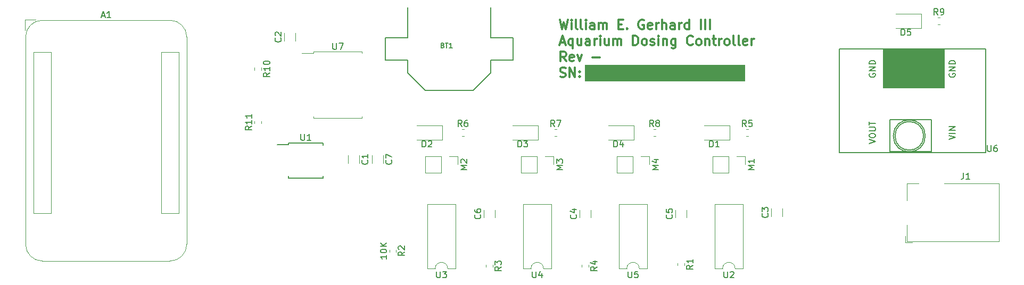
<source format=gto>
G04 #@! TF.GenerationSoftware,KiCad,Pcbnew,(5.1.9)-1*
G04 #@! TF.CreationDate,2021-03-13T10:24:33-05:00*
G04 #@! TF.ProjectId,Aquarium_Dosing_Pump_Controller,41717561-7269-4756-9d5f-446f73696e67,rev?*
G04 #@! TF.SameCoordinates,Original*
G04 #@! TF.FileFunction,Legend,Top*
G04 #@! TF.FilePolarity,Positive*
%FSLAX46Y46*%
G04 Gerber Fmt 4.6, Leading zero omitted, Abs format (unit mm)*
G04 Created by KiCad (PCBNEW (5.1.9)-1) date 2021-03-13 10:24:33*
%MOMM*%
%LPD*%
G01*
G04 APERTURE LIST*
%ADD10C,0.100000*%
%ADD11C,0.300000*%
%ADD12C,0.120000*%
%ADD13C,0.203200*%
%ADD14C,0.150000*%
%ADD15C,0.138988*%
G04 APERTURE END LIST*
D10*
G36*
X168910000Y-85725000D02*
G01*
X143510000Y-85725000D01*
X143510000Y-83185000D01*
X168910000Y-83185000D01*
X168910000Y-85725000D01*
G37*
X168910000Y-85725000D02*
X143510000Y-85725000D01*
X143510000Y-83185000D01*
X168910000Y-83185000D01*
X168910000Y-85725000D01*
D11*
X139474285Y-75998571D02*
X139831428Y-77498571D01*
X140117142Y-76427142D01*
X140402857Y-77498571D01*
X140760000Y-75998571D01*
X141331428Y-77498571D02*
X141331428Y-76498571D01*
X141331428Y-75998571D02*
X141260000Y-76070000D01*
X141331428Y-76141428D01*
X141402857Y-76070000D01*
X141331428Y-75998571D01*
X141331428Y-76141428D01*
X142260000Y-77498571D02*
X142117142Y-77427142D01*
X142045714Y-77284285D01*
X142045714Y-75998571D01*
X143045714Y-77498571D02*
X142902857Y-77427142D01*
X142831428Y-77284285D01*
X142831428Y-75998571D01*
X143617142Y-77498571D02*
X143617142Y-76498571D01*
X143617142Y-75998571D02*
X143545714Y-76070000D01*
X143617142Y-76141428D01*
X143688571Y-76070000D01*
X143617142Y-75998571D01*
X143617142Y-76141428D01*
X144974285Y-77498571D02*
X144974285Y-76712857D01*
X144902857Y-76570000D01*
X144760000Y-76498571D01*
X144474285Y-76498571D01*
X144331428Y-76570000D01*
X144974285Y-77427142D02*
X144831428Y-77498571D01*
X144474285Y-77498571D01*
X144331428Y-77427142D01*
X144260000Y-77284285D01*
X144260000Y-77141428D01*
X144331428Y-76998571D01*
X144474285Y-76927142D01*
X144831428Y-76927142D01*
X144974285Y-76855714D01*
X145688571Y-77498571D02*
X145688571Y-76498571D01*
X145688571Y-76641428D02*
X145760000Y-76570000D01*
X145902857Y-76498571D01*
X146117142Y-76498571D01*
X146260000Y-76570000D01*
X146331428Y-76712857D01*
X146331428Y-77498571D01*
X146331428Y-76712857D02*
X146402857Y-76570000D01*
X146545714Y-76498571D01*
X146760000Y-76498571D01*
X146902857Y-76570000D01*
X146974285Y-76712857D01*
X146974285Y-77498571D01*
X148831428Y-76712857D02*
X149331428Y-76712857D01*
X149545714Y-77498571D02*
X148831428Y-77498571D01*
X148831428Y-75998571D01*
X149545714Y-75998571D01*
X150188571Y-77355714D02*
X150260000Y-77427142D01*
X150188571Y-77498571D01*
X150117142Y-77427142D01*
X150188571Y-77355714D01*
X150188571Y-77498571D01*
X152831428Y-76070000D02*
X152688571Y-75998571D01*
X152474285Y-75998571D01*
X152260000Y-76070000D01*
X152117142Y-76212857D01*
X152045714Y-76355714D01*
X151974285Y-76641428D01*
X151974285Y-76855714D01*
X152045714Y-77141428D01*
X152117142Y-77284285D01*
X152260000Y-77427142D01*
X152474285Y-77498571D01*
X152617142Y-77498571D01*
X152831428Y-77427142D01*
X152902857Y-77355714D01*
X152902857Y-76855714D01*
X152617142Y-76855714D01*
X154117142Y-77427142D02*
X153974285Y-77498571D01*
X153688571Y-77498571D01*
X153545714Y-77427142D01*
X153474285Y-77284285D01*
X153474285Y-76712857D01*
X153545714Y-76570000D01*
X153688571Y-76498571D01*
X153974285Y-76498571D01*
X154117142Y-76570000D01*
X154188571Y-76712857D01*
X154188571Y-76855714D01*
X153474285Y-76998571D01*
X154831428Y-77498571D02*
X154831428Y-76498571D01*
X154831428Y-76784285D02*
X154902857Y-76641428D01*
X154974285Y-76570000D01*
X155117142Y-76498571D01*
X155260000Y-76498571D01*
X155760000Y-77498571D02*
X155760000Y-75998571D01*
X156402857Y-77498571D02*
X156402857Y-76712857D01*
X156331428Y-76570000D01*
X156188571Y-76498571D01*
X155974285Y-76498571D01*
X155831428Y-76570000D01*
X155760000Y-76641428D01*
X157760000Y-77498571D02*
X157760000Y-76712857D01*
X157688571Y-76570000D01*
X157545714Y-76498571D01*
X157260000Y-76498571D01*
X157117142Y-76570000D01*
X157760000Y-77427142D02*
X157617142Y-77498571D01*
X157260000Y-77498571D01*
X157117142Y-77427142D01*
X157045714Y-77284285D01*
X157045714Y-77141428D01*
X157117142Y-76998571D01*
X157260000Y-76927142D01*
X157617142Y-76927142D01*
X157760000Y-76855714D01*
X158474285Y-77498571D02*
X158474285Y-76498571D01*
X158474285Y-76784285D02*
X158545714Y-76641428D01*
X158617142Y-76570000D01*
X158760000Y-76498571D01*
X158902857Y-76498571D01*
X160045714Y-77498571D02*
X160045714Y-75998571D01*
X160045714Y-77427142D02*
X159902857Y-77498571D01*
X159617142Y-77498571D01*
X159474285Y-77427142D01*
X159402857Y-77355714D01*
X159331428Y-77212857D01*
X159331428Y-76784285D01*
X159402857Y-76641428D01*
X159474285Y-76570000D01*
X159617142Y-76498571D01*
X159902857Y-76498571D01*
X160045714Y-76570000D01*
X161902857Y-77498571D02*
X161902857Y-75998571D01*
X162617142Y-77498571D02*
X162617142Y-75998571D01*
X163331428Y-77498571D02*
X163331428Y-75998571D01*
X139545714Y-79620000D02*
X140260000Y-79620000D01*
X139402857Y-80048571D02*
X139902857Y-78548571D01*
X140402857Y-80048571D01*
X141545714Y-79048571D02*
X141545714Y-80548571D01*
X141545714Y-79977142D02*
X141402857Y-80048571D01*
X141117142Y-80048571D01*
X140974285Y-79977142D01*
X140902857Y-79905714D01*
X140831428Y-79762857D01*
X140831428Y-79334285D01*
X140902857Y-79191428D01*
X140974285Y-79120000D01*
X141117142Y-79048571D01*
X141402857Y-79048571D01*
X141545714Y-79120000D01*
X142902857Y-79048571D02*
X142902857Y-80048571D01*
X142260000Y-79048571D02*
X142260000Y-79834285D01*
X142331428Y-79977142D01*
X142474285Y-80048571D01*
X142688571Y-80048571D01*
X142831428Y-79977142D01*
X142902857Y-79905714D01*
X144260000Y-80048571D02*
X144260000Y-79262857D01*
X144188571Y-79120000D01*
X144045714Y-79048571D01*
X143760000Y-79048571D01*
X143617142Y-79120000D01*
X144260000Y-79977142D02*
X144117142Y-80048571D01*
X143760000Y-80048571D01*
X143617142Y-79977142D01*
X143545714Y-79834285D01*
X143545714Y-79691428D01*
X143617142Y-79548571D01*
X143760000Y-79477142D01*
X144117142Y-79477142D01*
X144260000Y-79405714D01*
X144974285Y-80048571D02*
X144974285Y-79048571D01*
X144974285Y-79334285D02*
X145045714Y-79191428D01*
X145117142Y-79120000D01*
X145260000Y-79048571D01*
X145402857Y-79048571D01*
X145902857Y-80048571D02*
X145902857Y-79048571D01*
X145902857Y-78548571D02*
X145831428Y-78620000D01*
X145902857Y-78691428D01*
X145974285Y-78620000D01*
X145902857Y-78548571D01*
X145902857Y-78691428D01*
X147260000Y-79048571D02*
X147260000Y-80048571D01*
X146617142Y-79048571D02*
X146617142Y-79834285D01*
X146688571Y-79977142D01*
X146831428Y-80048571D01*
X147045714Y-80048571D01*
X147188571Y-79977142D01*
X147260000Y-79905714D01*
X147974285Y-80048571D02*
X147974285Y-79048571D01*
X147974285Y-79191428D02*
X148045714Y-79120000D01*
X148188571Y-79048571D01*
X148402857Y-79048571D01*
X148545714Y-79120000D01*
X148617142Y-79262857D01*
X148617142Y-80048571D01*
X148617142Y-79262857D02*
X148688571Y-79120000D01*
X148831428Y-79048571D01*
X149045714Y-79048571D01*
X149188571Y-79120000D01*
X149260000Y-79262857D01*
X149260000Y-80048571D01*
X151117142Y-80048571D02*
X151117142Y-78548571D01*
X151474285Y-78548571D01*
X151688571Y-78620000D01*
X151831428Y-78762857D01*
X151902857Y-78905714D01*
X151974285Y-79191428D01*
X151974285Y-79405714D01*
X151902857Y-79691428D01*
X151831428Y-79834285D01*
X151688571Y-79977142D01*
X151474285Y-80048571D01*
X151117142Y-80048571D01*
X152831428Y-80048571D02*
X152688571Y-79977142D01*
X152617142Y-79905714D01*
X152545714Y-79762857D01*
X152545714Y-79334285D01*
X152617142Y-79191428D01*
X152688571Y-79120000D01*
X152831428Y-79048571D01*
X153045714Y-79048571D01*
X153188571Y-79120000D01*
X153260000Y-79191428D01*
X153331428Y-79334285D01*
X153331428Y-79762857D01*
X153260000Y-79905714D01*
X153188571Y-79977142D01*
X153045714Y-80048571D01*
X152831428Y-80048571D01*
X153902857Y-79977142D02*
X154045714Y-80048571D01*
X154331428Y-80048571D01*
X154474285Y-79977142D01*
X154545714Y-79834285D01*
X154545714Y-79762857D01*
X154474285Y-79620000D01*
X154331428Y-79548571D01*
X154117142Y-79548571D01*
X153974285Y-79477142D01*
X153902857Y-79334285D01*
X153902857Y-79262857D01*
X153974285Y-79120000D01*
X154117142Y-79048571D01*
X154331428Y-79048571D01*
X154474285Y-79120000D01*
X155188571Y-80048571D02*
X155188571Y-79048571D01*
X155188571Y-78548571D02*
X155117142Y-78620000D01*
X155188571Y-78691428D01*
X155260000Y-78620000D01*
X155188571Y-78548571D01*
X155188571Y-78691428D01*
X155902857Y-79048571D02*
X155902857Y-80048571D01*
X155902857Y-79191428D02*
X155974285Y-79120000D01*
X156117142Y-79048571D01*
X156331428Y-79048571D01*
X156474285Y-79120000D01*
X156545714Y-79262857D01*
X156545714Y-80048571D01*
X157902857Y-79048571D02*
X157902857Y-80262857D01*
X157831428Y-80405714D01*
X157760000Y-80477142D01*
X157617142Y-80548571D01*
X157402857Y-80548571D01*
X157260000Y-80477142D01*
X157902857Y-79977142D02*
X157760000Y-80048571D01*
X157474285Y-80048571D01*
X157331428Y-79977142D01*
X157260000Y-79905714D01*
X157188571Y-79762857D01*
X157188571Y-79334285D01*
X157260000Y-79191428D01*
X157331428Y-79120000D01*
X157474285Y-79048571D01*
X157760000Y-79048571D01*
X157902857Y-79120000D01*
X160617142Y-79905714D02*
X160545714Y-79977142D01*
X160331428Y-80048571D01*
X160188571Y-80048571D01*
X159974285Y-79977142D01*
X159831428Y-79834285D01*
X159760000Y-79691428D01*
X159688571Y-79405714D01*
X159688571Y-79191428D01*
X159760000Y-78905714D01*
X159831428Y-78762857D01*
X159974285Y-78620000D01*
X160188571Y-78548571D01*
X160331428Y-78548571D01*
X160545714Y-78620000D01*
X160617142Y-78691428D01*
X161474285Y-80048571D02*
X161331428Y-79977142D01*
X161260000Y-79905714D01*
X161188571Y-79762857D01*
X161188571Y-79334285D01*
X161260000Y-79191428D01*
X161331428Y-79120000D01*
X161474285Y-79048571D01*
X161688571Y-79048571D01*
X161831428Y-79120000D01*
X161902857Y-79191428D01*
X161974285Y-79334285D01*
X161974285Y-79762857D01*
X161902857Y-79905714D01*
X161831428Y-79977142D01*
X161688571Y-80048571D01*
X161474285Y-80048571D01*
X162617142Y-79048571D02*
X162617142Y-80048571D01*
X162617142Y-79191428D02*
X162688571Y-79120000D01*
X162831428Y-79048571D01*
X163045714Y-79048571D01*
X163188571Y-79120000D01*
X163260000Y-79262857D01*
X163260000Y-80048571D01*
X163760000Y-79048571D02*
X164331428Y-79048571D01*
X163974285Y-78548571D02*
X163974285Y-79834285D01*
X164045714Y-79977142D01*
X164188571Y-80048571D01*
X164331428Y-80048571D01*
X164831428Y-80048571D02*
X164831428Y-79048571D01*
X164831428Y-79334285D02*
X164902857Y-79191428D01*
X164974285Y-79120000D01*
X165117142Y-79048571D01*
X165260000Y-79048571D01*
X165974285Y-80048571D02*
X165831428Y-79977142D01*
X165760000Y-79905714D01*
X165688571Y-79762857D01*
X165688571Y-79334285D01*
X165760000Y-79191428D01*
X165831428Y-79120000D01*
X165974285Y-79048571D01*
X166188571Y-79048571D01*
X166331428Y-79120000D01*
X166402857Y-79191428D01*
X166474285Y-79334285D01*
X166474285Y-79762857D01*
X166402857Y-79905714D01*
X166331428Y-79977142D01*
X166188571Y-80048571D01*
X165974285Y-80048571D01*
X167331428Y-80048571D02*
X167188571Y-79977142D01*
X167117142Y-79834285D01*
X167117142Y-78548571D01*
X168117142Y-80048571D02*
X167974285Y-79977142D01*
X167902857Y-79834285D01*
X167902857Y-78548571D01*
X169260000Y-79977142D02*
X169117142Y-80048571D01*
X168831428Y-80048571D01*
X168688571Y-79977142D01*
X168617142Y-79834285D01*
X168617142Y-79262857D01*
X168688571Y-79120000D01*
X168831428Y-79048571D01*
X169117142Y-79048571D01*
X169260000Y-79120000D01*
X169331428Y-79262857D01*
X169331428Y-79405714D01*
X168617142Y-79548571D01*
X169974285Y-80048571D02*
X169974285Y-79048571D01*
X169974285Y-79334285D02*
X170045714Y-79191428D01*
X170117142Y-79120000D01*
X170260000Y-79048571D01*
X170402857Y-79048571D01*
X140474285Y-82598571D02*
X139974285Y-81884285D01*
X139617142Y-82598571D02*
X139617142Y-81098571D01*
X140188571Y-81098571D01*
X140331428Y-81170000D01*
X140402857Y-81241428D01*
X140474285Y-81384285D01*
X140474285Y-81598571D01*
X140402857Y-81741428D01*
X140331428Y-81812857D01*
X140188571Y-81884285D01*
X139617142Y-81884285D01*
X141688571Y-82527142D02*
X141545714Y-82598571D01*
X141260000Y-82598571D01*
X141117142Y-82527142D01*
X141045714Y-82384285D01*
X141045714Y-81812857D01*
X141117142Y-81670000D01*
X141260000Y-81598571D01*
X141545714Y-81598571D01*
X141688571Y-81670000D01*
X141760000Y-81812857D01*
X141760000Y-81955714D01*
X141045714Y-82098571D01*
X142260000Y-81598571D02*
X142617142Y-82598571D01*
X142974285Y-81598571D01*
X144688571Y-82027142D02*
X145831428Y-82027142D01*
X139545714Y-85077142D02*
X139760000Y-85148571D01*
X140117142Y-85148571D01*
X140260000Y-85077142D01*
X140331428Y-85005714D01*
X140402857Y-84862857D01*
X140402857Y-84720000D01*
X140331428Y-84577142D01*
X140260000Y-84505714D01*
X140117142Y-84434285D01*
X139831428Y-84362857D01*
X139688571Y-84291428D01*
X139617142Y-84220000D01*
X139545714Y-84077142D01*
X139545714Y-83934285D01*
X139617142Y-83791428D01*
X139688571Y-83720000D01*
X139831428Y-83648571D01*
X140188571Y-83648571D01*
X140402857Y-83720000D01*
X141045714Y-85148571D02*
X141045714Y-83648571D01*
X141902857Y-85148571D01*
X141902857Y-83648571D01*
X142617142Y-85005714D02*
X142688571Y-85077142D01*
X142617142Y-85148571D01*
X142545714Y-85077142D01*
X142617142Y-85005714D01*
X142617142Y-85148571D01*
X142617142Y-84220000D02*
X142688571Y-84291428D01*
X142617142Y-84362857D01*
X142545714Y-84291428D01*
X142617142Y-84220000D01*
X142617142Y-84362857D01*
D12*
X78840000Y-81180000D02*
X76100000Y-81180000D01*
X78840000Y-106780000D02*
X78840000Y-81180000D01*
X76100000Y-106780000D02*
X78840000Y-106780000D01*
X76100000Y-81180000D02*
X76100000Y-106780000D01*
X58520000Y-81180000D02*
X55780000Y-81180000D01*
X58520000Y-106780000D02*
X58520000Y-81180000D01*
X55780000Y-106780000D02*
X58520000Y-106780000D01*
X55780000Y-81180000D02*
X55780000Y-106780000D01*
X54360000Y-75950000D02*
X56110000Y-75950000D01*
X54360000Y-77700000D02*
X54360000Y-75950000D01*
X80130000Y-78740000D02*
X80130000Y-111760000D01*
X54490000Y-78740000D02*
X54490000Y-111760000D01*
X57150000Y-114420000D02*
X77470000Y-114420000D01*
X57150000Y-76080000D02*
X77470000Y-76080000D01*
X54490000Y-111760000D02*
G75*
G03*
X57150000Y-114420000I2660000J0D01*
G01*
X77470000Y-114420000D02*
G75*
G03*
X80130000Y-111760000I0J2660000D01*
G01*
X80130000Y-78740000D02*
G75*
G03*
X77470000Y-76080000I-2660000J0D01*
G01*
X57150000Y-76080000D02*
G75*
G03*
X54490000Y-78740000I0J-2660000D01*
G01*
D13*
X111760000Y-78867000D02*
X111760000Y-82423000D01*
X115316000Y-78867000D02*
X111760000Y-78867000D01*
X115316000Y-74041000D02*
X115316000Y-78867000D01*
X128524000Y-78867000D02*
X128524000Y-74041000D01*
X132080000Y-78867000D02*
X128524000Y-78867000D01*
X132080000Y-82423000D02*
X132080000Y-78867000D01*
X128524000Y-82423000D02*
X132080000Y-82423000D01*
X128524000Y-84455000D02*
X128524000Y-82423000D01*
X125730000Y-87249000D02*
X128524000Y-84455000D01*
X118110000Y-87249000D02*
X125730000Y-87249000D01*
X115316000Y-84455000D02*
X118110000Y-87249000D01*
X115316000Y-82423000D02*
X115316000Y-84455000D01*
X111760000Y-82423000D02*
X115316000Y-82423000D01*
D12*
X109580000Y-97605436D02*
X109580000Y-98809564D01*
X111400000Y-97605436D02*
X111400000Y-98809564D01*
X129180000Y-107499564D02*
X129180000Y-106295436D01*
X127360000Y-107499564D02*
X127360000Y-106295436D01*
X159660000Y-107499564D02*
X159660000Y-106295436D01*
X157840000Y-107499564D02*
X157840000Y-106295436D01*
X144420000Y-107499564D02*
X144420000Y-106295436D01*
X142600000Y-107499564D02*
X142600000Y-106295436D01*
X174900000Y-107282064D02*
X174900000Y-106077936D01*
X173080000Y-107282064D02*
X173080000Y-106077936D01*
X100280000Y-81355000D02*
X98465000Y-81355000D01*
X100280000Y-81100000D02*
X100280000Y-81355000D01*
X104140000Y-81100000D02*
X100280000Y-81100000D01*
X108000000Y-81100000D02*
X108000000Y-81355000D01*
X104140000Y-81100000D02*
X108000000Y-81100000D01*
X100280000Y-91620000D02*
X100280000Y-91365000D01*
X104140000Y-91620000D02*
X100280000Y-91620000D01*
X108000000Y-91620000D02*
X108000000Y-91365000D01*
X104140000Y-91620000D02*
X108000000Y-91620000D01*
D14*
X207205000Y-97150000D02*
X183955000Y-97150000D01*
X207205000Y-80650000D02*
X207205000Y-97150000D01*
X183955000Y-80650000D02*
X207205000Y-80650000D01*
X183955000Y-97150000D02*
X183955000Y-80650000D01*
G36*
X191008000Y-80772000D02*
G01*
X191008000Y-86868000D01*
X200660000Y-86868000D01*
X200660000Y-80772000D01*
X191008000Y-80772000D01*
G37*
X191008000Y-80772000D02*
X191008000Y-86868000D01*
X200660000Y-86868000D01*
X200660000Y-80772000D01*
X191008000Y-80772000D01*
X192024000Y-97028000D02*
X198628000Y-97028000D01*
X198628000Y-97028000D02*
X198628000Y-91948000D01*
X198628000Y-91948000D02*
X192024000Y-91948000D01*
X192024000Y-91948000D02*
X192024000Y-97028000D01*
X197612000Y-94488000D02*
G75*
G03*
X197612000Y-94488000I-2540000J0D01*
G01*
X197343845Y-94488000D02*
G75*
G03*
X197343845Y-94488000I-2271845J0D01*
G01*
D12*
X148880000Y-115630000D02*
X150130000Y-115630000D01*
X148880000Y-105350000D02*
X148880000Y-115630000D01*
X153380000Y-105350000D02*
X148880000Y-105350000D01*
X153380000Y-115630000D02*
X153380000Y-105350000D01*
X152130000Y-115630000D02*
X153380000Y-115630000D01*
X150130000Y-115630000D02*
G75*
G02*
X152130000Y-115630000I1000000J0D01*
G01*
X133640000Y-115630000D02*
X134890000Y-115630000D01*
X133640000Y-105350000D02*
X133640000Y-115630000D01*
X138140000Y-105350000D02*
X133640000Y-105350000D01*
X138140000Y-115630000D02*
X138140000Y-105350000D01*
X136890000Y-115630000D02*
X138140000Y-115630000D01*
X134890000Y-115630000D02*
G75*
G02*
X136890000Y-115630000I1000000J0D01*
G01*
X118400000Y-115630000D02*
X119650000Y-115630000D01*
X118400000Y-105350000D02*
X118400000Y-115630000D01*
X122900000Y-105350000D02*
X118400000Y-105350000D01*
X122900000Y-115630000D02*
X122900000Y-105350000D01*
X121650000Y-115630000D02*
X122900000Y-115630000D01*
X119650000Y-115630000D02*
G75*
G02*
X121650000Y-115630000I1000000J0D01*
G01*
X164120000Y-115630000D02*
X165370000Y-115630000D01*
X164120000Y-105350000D02*
X164120000Y-115630000D01*
X168620000Y-105350000D02*
X164120000Y-105350000D01*
X168620000Y-115630000D02*
X168620000Y-105350000D01*
X167370000Y-115630000D02*
X168620000Y-115630000D01*
X165370000Y-115630000D02*
G75*
G02*
X167370000Y-115630000I1000000J0D01*
G01*
D14*
X96310000Y-95875000D02*
X94560000Y-95875000D01*
X96310000Y-101180000D02*
X101810000Y-101180000D01*
X96310000Y-95670000D02*
X101810000Y-95670000D01*
X96310000Y-101180000D02*
X96310000Y-100880000D01*
X101810000Y-101180000D02*
X101810000Y-100880000D01*
X101810000Y-95670000D02*
X101810000Y-95970000D01*
X96310000Y-95670000D02*
X96310000Y-95875000D01*
D12*
X91950000Y-92486267D02*
X91950000Y-92143733D01*
X90930000Y-92486267D02*
X90930000Y-92143733D01*
X90930000Y-83648733D02*
X90930000Y-83991267D01*
X91950000Y-83648733D02*
X91950000Y-83991267D01*
X199613733Y-76710000D02*
X199956267Y-76710000D01*
X199613733Y-75690000D02*
X199956267Y-75690000D01*
X154373733Y-94490000D02*
X154716267Y-94490000D01*
X154373733Y-93470000D02*
X154716267Y-93470000D01*
X138653733Y-94490000D02*
X138996267Y-94490000D01*
X138653733Y-93470000D02*
X138996267Y-93470000D01*
X123893733Y-94490000D02*
X124236267Y-94490000D01*
X123893733Y-93470000D02*
X124236267Y-93470000D01*
X169133733Y-94490000D02*
X169476267Y-94490000D01*
X169133733Y-93470000D02*
X169476267Y-93470000D01*
X143000000Y-115003733D02*
X143000000Y-115346267D01*
X144020000Y-115003733D02*
X144020000Y-115346267D01*
X127760000Y-115003733D02*
X127760000Y-115346267D01*
X128780000Y-115003733D02*
X128780000Y-115346267D01*
X112393000Y-112618733D02*
X112393000Y-112961267D01*
X113413000Y-112618733D02*
X113413000Y-112961267D01*
X158240000Y-114763733D02*
X158240000Y-115106267D01*
X159260000Y-114763733D02*
X159260000Y-115106267D01*
X153730000Y-97730000D02*
X153730000Y-99060000D01*
X152400000Y-97730000D02*
X153730000Y-97730000D01*
X151130000Y-97730000D02*
X151130000Y-100390000D01*
X151130000Y-100390000D02*
X148530000Y-100390000D01*
X151130000Y-97730000D02*
X148530000Y-97730000D01*
X148530000Y-97730000D02*
X148530000Y-100390000D01*
X138490000Y-97730000D02*
X138490000Y-99060000D01*
X137160000Y-97730000D02*
X138490000Y-97730000D01*
X135890000Y-97730000D02*
X135890000Y-100390000D01*
X135890000Y-100390000D02*
X133290000Y-100390000D01*
X135890000Y-97730000D02*
X133290000Y-97730000D01*
X133290000Y-97730000D02*
X133290000Y-100390000D01*
X123250000Y-97730000D02*
X123250000Y-99060000D01*
X121920000Y-97730000D02*
X123250000Y-97730000D01*
X120650000Y-97730000D02*
X120650000Y-100390000D01*
X120650000Y-100390000D02*
X118050000Y-100390000D01*
X120650000Y-97730000D02*
X118050000Y-97730000D01*
X118050000Y-97730000D02*
X118050000Y-100390000D01*
X168970000Y-97730000D02*
X168970000Y-99060000D01*
X167640000Y-97730000D02*
X168970000Y-97730000D01*
X166370000Y-97730000D02*
X166370000Y-100390000D01*
X166370000Y-100390000D02*
X163770000Y-100390000D01*
X166370000Y-97730000D02*
X163770000Y-97730000D01*
X163770000Y-97730000D02*
X163770000Y-100390000D01*
X194680000Y-111280000D02*
X194680000Y-108680000D01*
X209380000Y-111280000D02*
X194680000Y-111280000D01*
X194680000Y-102080000D02*
X196580000Y-102080000D01*
X194680000Y-104780000D02*
X194680000Y-102080000D01*
X209380000Y-102080000D02*
X209380000Y-111280000D01*
X200580000Y-102080000D02*
X209380000Y-102080000D01*
X195530000Y-111480000D02*
X194480000Y-111480000D01*
X194480000Y-110430000D02*
X194480000Y-111480000D01*
X196987500Y-75065000D02*
X192927500Y-75065000D01*
X196987500Y-77335000D02*
X196987500Y-75065000D01*
X192927500Y-77335000D02*
X196987500Y-77335000D01*
X151267500Y-92845000D02*
X147207500Y-92845000D01*
X151267500Y-95115000D02*
X151267500Y-92845000D01*
X147207500Y-95115000D02*
X151267500Y-95115000D01*
X136027500Y-92845000D02*
X131967500Y-92845000D01*
X136027500Y-95115000D02*
X136027500Y-92845000D01*
X131967500Y-95115000D02*
X136027500Y-95115000D01*
X120787500Y-92845000D02*
X116727500Y-92845000D01*
X120787500Y-95115000D02*
X120787500Y-92845000D01*
X116727500Y-95115000D02*
X120787500Y-95115000D01*
X166507500Y-92845000D02*
X162447500Y-92845000D01*
X166507500Y-95115000D02*
X166507500Y-92845000D01*
X162447500Y-95115000D02*
X166507500Y-95115000D01*
X97430000Y-79342064D02*
X97430000Y-78137936D01*
X95610000Y-79342064D02*
X95610000Y-78137936D01*
X105770000Y-97605436D02*
X105770000Y-98809564D01*
X107590000Y-97605436D02*
X107590000Y-98809564D01*
D14*
X66595714Y-75366666D02*
X67071904Y-75366666D01*
X66500476Y-75652380D02*
X66833809Y-74652380D01*
X67167142Y-75652380D01*
X68024285Y-75652380D02*
X67452857Y-75652380D01*
X67738571Y-75652380D02*
X67738571Y-74652380D01*
X67643333Y-74795238D01*
X67548095Y-74890476D01*
X67452857Y-74938095D01*
D15*
X120849576Y-80063765D02*
X120959885Y-80100535D01*
X120996654Y-80137304D01*
X121033424Y-80210843D01*
X121033424Y-80321152D01*
X120996654Y-80394691D01*
X120959885Y-80431460D01*
X120886346Y-80468230D01*
X120592189Y-80468230D01*
X120592189Y-79696070D01*
X120849576Y-79696070D01*
X120923115Y-79732840D01*
X120959885Y-79769609D01*
X120996654Y-79843148D01*
X120996654Y-79916687D01*
X120959885Y-79990226D01*
X120923115Y-80026996D01*
X120849576Y-80063765D01*
X120592189Y-80063765D01*
X121254041Y-79696070D02*
X121695275Y-79696070D01*
X121474658Y-80468230D02*
X121474658Y-79696070D01*
X122357126Y-80468230D02*
X121915892Y-80468230D01*
X122136509Y-80468230D02*
X122136509Y-79696070D01*
X122062970Y-79806379D01*
X121989431Y-79879918D01*
X121915892Y-79916687D01*
D14*
X112667142Y-98374166D02*
X112714761Y-98421785D01*
X112762380Y-98564642D01*
X112762380Y-98659880D01*
X112714761Y-98802738D01*
X112619523Y-98897976D01*
X112524285Y-98945595D01*
X112333809Y-98993214D01*
X112190952Y-98993214D01*
X112000476Y-98945595D01*
X111905238Y-98897976D01*
X111810000Y-98802738D01*
X111762380Y-98659880D01*
X111762380Y-98564642D01*
X111810000Y-98421785D01*
X111857619Y-98374166D01*
X111762380Y-98040833D02*
X111762380Y-97374166D01*
X112762380Y-97802738D01*
X126807142Y-107064166D02*
X126854761Y-107111785D01*
X126902380Y-107254642D01*
X126902380Y-107349880D01*
X126854761Y-107492738D01*
X126759523Y-107587976D01*
X126664285Y-107635595D01*
X126473809Y-107683214D01*
X126330952Y-107683214D01*
X126140476Y-107635595D01*
X126045238Y-107587976D01*
X125950000Y-107492738D01*
X125902380Y-107349880D01*
X125902380Y-107254642D01*
X125950000Y-107111785D01*
X125997619Y-107064166D01*
X125902380Y-106207023D02*
X125902380Y-106397500D01*
X125950000Y-106492738D01*
X125997619Y-106540357D01*
X126140476Y-106635595D01*
X126330952Y-106683214D01*
X126711904Y-106683214D01*
X126807142Y-106635595D01*
X126854761Y-106587976D01*
X126902380Y-106492738D01*
X126902380Y-106302261D01*
X126854761Y-106207023D01*
X126807142Y-106159404D01*
X126711904Y-106111785D01*
X126473809Y-106111785D01*
X126378571Y-106159404D01*
X126330952Y-106207023D01*
X126283333Y-106302261D01*
X126283333Y-106492738D01*
X126330952Y-106587976D01*
X126378571Y-106635595D01*
X126473809Y-106683214D01*
X157287142Y-107064166D02*
X157334761Y-107111785D01*
X157382380Y-107254642D01*
X157382380Y-107349880D01*
X157334761Y-107492738D01*
X157239523Y-107587976D01*
X157144285Y-107635595D01*
X156953809Y-107683214D01*
X156810952Y-107683214D01*
X156620476Y-107635595D01*
X156525238Y-107587976D01*
X156430000Y-107492738D01*
X156382380Y-107349880D01*
X156382380Y-107254642D01*
X156430000Y-107111785D01*
X156477619Y-107064166D01*
X156382380Y-106159404D02*
X156382380Y-106635595D01*
X156858571Y-106683214D01*
X156810952Y-106635595D01*
X156763333Y-106540357D01*
X156763333Y-106302261D01*
X156810952Y-106207023D01*
X156858571Y-106159404D01*
X156953809Y-106111785D01*
X157191904Y-106111785D01*
X157287142Y-106159404D01*
X157334761Y-106207023D01*
X157382380Y-106302261D01*
X157382380Y-106540357D01*
X157334761Y-106635595D01*
X157287142Y-106683214D01*
X142047142Y-107064166D02*
X142094761Y-107111785D01*
X142142380Y-107254642D01*
X142142380Y-107349880D01*
X142094761Y-107492738D01*
X141999523Y-107587976D01*
X141904285Y-107635595D01*
X141713809Y-107683214D01*
X141570952Y-107683214D01*
X141380476Y-107635595D01*
X141285238Y-107587976D01*
X141190000Y-107492738D01*
X141142380Y-107349880D01*
X141142380Y-107254642D01*
X141190000Y-107111785D01*
X141237619Y-107064166D01*
X141475714Y-106207023D02*
X142142380Y-106207023D01*
X141094761Y-106445119D02*
X141809047Y-106683214D01*
X141809047Y-106064166D01*
X172527142Y-106846666D02*
X172574761Y-106894285D01*
X172622380Y-107037142D01*
X172622380Y-107132380D01*
X172574761Y-107275238D01*
X172479523Y-107370476D01*
X172384285Y-107418095D01*
X172193809Y-107465714D01*
X172050952Y-107465714D01*
X171860476Y-107418095D01*
X171765238Y-107370476D01*
X171670000Y-107275238D01*
X171622380Y-107132380D01*
X171622380Y-107037142D01*
X171670000Y-106894285D01*
X171717619Y-106846666D01*
X171622380Y-106513333D02*
X171622380Y-105894285D01*
X172003333Y-106227619D01*
X172003333Y-106084761D01*
X172050952Y-105989523D01*
X172098571Y-105941904D01*
X172193809Y-105894285D01*
X172431904Y-105894285D01*
X172527142Y-105941904D01*
X172574761Y-105989523D01*
X172622380Y-106084761D01*
X172622380Y-106370476D01*
X172574761Y-106465714D01*
X172527142Y-106513333D01*
X103378095Y-79712380D02*
X103378095Y-80521904D01*
X103425714Y-80617142D01*
X103473333Y-80664761D01*
X103568571Y-80712380D01*
X103759047Y-80712380D01*
X103854285Y-80664761D01*
X103901904Y-80617142D01*
X103949523Y-80521904D01*
X103949523Y-79712380D01*
X104330476Y-79712380D02*
X104997142Y-79712380D01*
X104568571Y-80712380D01*
X207518095Y-95972380D02*
X207518095Y-96781904D01*
X207565714Y-96877142D01*
X207613333Y-96924761D01*
X207708571Y-96972380D01*
X207899047Y-96972380D01*
X207994285Y-96924761D01*
X208041904Y-96877142D01*
X208089523Y-96781904D01*
X208089523Y-95972380D01*
X208994285Y-95972380D02*
X208803809Y-95972380D01*
X208708571Y-96020000D01*
X208660952Y-96067619D01*
X208565714Y-96210476D01*
X208518095Y-96400952D01*
X208518095Y-96781904D01*
X208565714Y-96877142D01*
X208613333Y-96924761D01*
X208708571Y-96972380D01*
X208899047Y-96972380D01*
X208994285Y-96924761D01*
X209041904Y-96877142D01*
X209089523Y-96781904D01*
X209089523Y-96543809D01*
X209041904Y-96448571D01*
X208994285Y-96400952D01*
X208899047Y-96353333D01*
X208708571Y-96353333D01*
X208613333Y-96400952D01*
X208565714Y-96448571D01*
X208518095Y-96543809D01*
X201382380Y-95075238D02*
X202382380Y-94741904D01*
X201382380Y-94408571D01*
X202382380Y-94075238D02*
X201382380Y-94075238D01*
X202382380Y-93599047D02*
X201382380Y-93599047D01*
X202382380Y-93027619D01*
X201382380Y-93027619D01*
X201430000Y-84581904D02*
X201382380Y-84677142D01*
X201382380Y-84820000D01*
X201430000Y-84962857D01*
X201525238Y-85058095D01*
X201620476Y-85105714D01*
X201810952Y-85153333D01*
X201953809Y-85153333D01*
X202144285Y-85105714D01*
X202239523Y-85058095D01*
X202334761Y-84962857D01*
X202382380Y-84820000D01*
X202382380Y-84724761D01*
X202334761Y-84581904D01*
X202287142Y-84534285D01*
X201953809Y-84534285D01*
X201953809Y-84724761D01*
X202382380Y-84105714D02*
X201382380Y-84105714D01*
X202382380Y-83534285D01*
X201382380Y-83534285D01*
X202382380Y-83058095D02*
X201382380Y-83058095D01*
X201382380Y-82820000D01*
X201430000Y-82677142D01*
X201525238Y-82581904D01*
X201620476Y-82534285D01*
X201810952Y-82486666D01*
X201953809Y-82486666D01*
X202144285Y-82534285D01*
X202239523Y-82581904D01*
X202334761Y-82677142D01*
X202382380Y-82820000D01*
X202382380Y-83058095D01*
X188730000Y-84581904D02*
X188682380Y-84677142D01*
X188682380Y-84820000D01*
X188730000Y-84962857D01*
X188825238Y-85058095D01*
X188920476Y-85105714D01*
X189110952Y-85153333D01*
X189253809Y-85153333D01*
X189444285Y-85105714D01*
X189539523Y-85058095D01*
X189634761Y-84962857D01*
X189682380Y-84820000D01*
X189682380Y-84724761D01*
X189634761Y-84581904D01*
X189587142Y-84534285D01*
X189253809Y-84534285D01*
X189253809Y-84724761D01*
X189682380Y-84105714D02*
X188682380Y-84105714D01*
X189682380Y-83534285D01*
X188682380Y-83534285D01*
X189682380Y-83058095D02*
X188682380Y-83058095D01*
X188682380Y-82820000D01*
X188730000Y-82677142D01*
X188825238Y-82581904D01*
X188920476Y-82534285D01*
X189110952Y-82486666D01*
X189253809Y-82486666D01*
X189444285Y-82534285D01*
X189539523Y-82581904D01*
X189634761Y-82677142D01*
X189682380Y-82820000D01*
X189682380Y-83058095D01*
X188682380Y-95741904D02*
X189682380Y-95408571D01*
X188682380Y-95075238D01*
X188682380Y-94551428D02*
X188682380Y-94360952D01*
X188730000Y-94265714D01*
X188825238Y-94170476D01*
X189015714Y-94122857D01*
X189349047Y-94122857D01*
X189539523Y-94170476D01*
X189634761Y-94265714D01*
X189682380Y-94360952D01*
X189682380Y-94551428D01*
X189634761Y-94646666D01*
X189539523Y-94741904D01*
X189349047Y-94789523D01*
X189015714Y-94789523D01*
X188825238Y-94741904D01*
X188730000Y-94646666D01*
X188682380Y-94551428D01*
X188682380Y-93694285D02*
X189491904Y-93694285D01*
X189587142Y-93646666D01*
X189634761Y-93599047D01*
X189682380Y-93503809D01*
X189682380Y-93313333D01*
X189634761Y-93218095D01*
X189587142Y-93170476D01*
X189491904Y-93122857D01*
X188682380Y-93122857D01*
X188682380Y-92789523D02*
X188682380Y-92218095D01*
X189682380Y-92503809D02*
X188682380Y-92503809D01*
X150368095Y-116082380D02*
X150368095Y-116891904D01*
X150415714Y-116987142D01*
X150463333Y-117034761D01*
X150558571Y-117082380D01*
X150749047Y-117082380D01*
X150844285Y-117034761D01*
X150891904Y-116987142D01*
X150939523Y-116891904D01*
X150939523Y-116082380D01*
X151891904Y-116082380D02*
X151415714Y-116082380D01*
X151368095Y-116558571D01*
X151415714Y-116510952D01*
X151510952Y-116463333D01*
X151749047Y-116463333D01*
X151844285Y-116510952D01*
X151891904Y-116558571D01*
X151939523Y-116653809D01*
X151939523Y-116891904D01*
X151891904Y-116987142D01*
X151844285Y-117034761D01*
X151749047Y-117082380D01*
X151510952Y-117082380D01*
X151415714Y-117034761D01*
X151368095Y-116987142D01*
X135128095Y-116082380D02*
X135128095Y-116891904D01*
X135175714Y-116987142D01*
X135223333Y-117034761D01*
X135318571Y-117082380D01*
X135509047Y-117082380D01*
X135604285Y-117034761D01*
X135651904Y-116987142D01*
X135699523Y-116891904D01*
X135699523Y-116082380D01*
X136604285Y-116415714D02*
X136604285Y-117082380D01*
X136366190Y-116034761D02*
X136128095Y-116749047D01*
X136747142Y-116749047D01*
X119888095Y-116082380D02*
X119888095Y-116891904D01*
X119935714Y-116987142D01*
X119983333Y-117034761D01*
X120078571Y-117082380D01*
X120269047Y-117082380D01*
X120364285Y-117034761D01*
X120411904Y-116987142D01*
X120459523Y-116891904D01*
X120459523Y-116082380D01*
X120840476Y-116082380D02*
X121459523Y-116082380D01*
X121126190Y-116463333D01*
X121269047Y-116463333D01*
X121364285Y-116510952D01*
X121411904Y-116558571D01*
X121459523Y-116653809D01*
X121459523Y-116891904D01*
X121411904Y-116987142D01*
X121364285Y-117034761D01*
X121269047Y-117082380D01*
X120983333Y-117082380D01*
X120888095Y-117034761D01*
X120840476Y-116987142D01*
X165608095Y-116082380D02*
X165608095Y-116891904D01*
X165655714Y-116987142D01*
X165703333Y-117034761D01*
X165798571Y-117082380D01*
X165989047Y-117082380D01*
X166084285Y-117034761D01*
X166131904Y-116987142D01*
X166179523Y-116891904D01*
X166179523Y-116082380D01*
X166608095Y-116177619D02*
X166655714Y-116130000D01*
X166750952Y-116082380D01*
X166989047Y-116082380D01*
X167084285Y-116130000D01*
X167131904Y-116177619D01*
X167179523Y-116272857D01*
X167179523Y-116368095D01*
X167131904Y-116510952D01*
X166560476Y-117082380D01*
X167179523Y-117082380D01*
X98298095Y-94197380D02*
X98298095Y-95006904D01*
X98345714Y-95102142D01*
X98393333Y-95149761D01*
X98488571Y-95197380D01*
X98679047Y-95197380D01*
X98774285Y-95149761D01*
X98821904Y-95102142D01*
X98869523Y-95006904D01*
X98869523Y-94197380D01*
X99869523Y-95197380D02*
X99298095Y-95197380D01*
X99583809Y-95197380D02*
X99583809Y-94197380D01*
X99488571Y-94340238D01*
X99393333Y-94435476D01*
X99298095Y-94483095D01*
X90462380Y-92957857D02*
X89986190Y-93291190D01*
X90462380Y-93529285D02*
X89462380Y-93529285D01*
X89462380Y-93148333D01*
X89510000Y-93053095D01*
X89557619Y-93005476D01*
X89652857Y-92957857D01*
X89795714Y-92957857D01*
X89890952Y-93005476D01*
X89938571Y-93053095D01*
X89986190Y-93148333D01*
X89986190Y-93529285D01*
X90462380Y-92005476D02*
X90462380Y-92576904D01*
X90462380Y-92291190D02*
X89462380Y-92291190D01*
X89605238Y-92386428D01*
X89700476Y-92481666D01*
X89748095Y-92576904D01*
X90462380Y-91053095D02*
X90462380Y-91624523D01*
X90462380Y-91338809D02*
X89462380Y-91338809D01*
X89605238Y-91434047D01*
X89700476Y-91529285D01*
X89748095Y-91624523D01*
X93322380Y-84462857D02*
X92846190Y-84796190D01*
X93322380Y-85034285D02*
X92322380Y-85034285D01*
X92322380Y-84653333D01*
X92370000Y-84558095D01*
X92417619Y-84510476D01*
X92512857Y-84462857D01*
X92655714Y-84462857D01*
X92750952Y-84510476D01*
X92798571Y-84558095D01*
X92846190Y-84653333D01*
X92846190Y-85034285D01*
X93322380Y-83510476D02*
X93322380Y-84081904D01*
X93322380Y-83796190D02*
X92322380Y-83796190D01*
X92465238Y-83891428D01*
X92560476Y-83986666D01*
X92608095Y-84081904D01*
X92322380Y-82891428D02*
X92322380Y-82796190D01*
X92370000Y-82700952D01*
X92417619Y-82653333D01*
X92512857Y-82605714D01*
X92703333Y-82558095D01*
X92941428Y-82558095D01*
X93131904Y-82605714D01*
X93227142Y-82653333D01*
X93274761Y-82700952D01*
X93322380Y-82796190D01*
X93322380Y-82891428D01*
X93274761Y-82986666D01*
X93227142Y-83034285D01*
X93131904Y-83081904D01*
X92941428Y-83129523D01*
X92703333Y-83129523D01*
X92512857Y-83081904D01*
X92417619Y-83034285D01*
X92370000Y-82986666D01*
X92322380Y-82891428D01*
X199618333Y-75222380D02*
X199285000Y-74746190D01*
X199046904Y-75222380D02*
X199046904Y-74222380D01*
X199427857Y-74222380D01*
X199523095Y-74270000D01*
X199570714Y-74317619D01*
X199618333Y-74412857D01*
X199618333Y-74555714D01*
X199570714Y-74650952D01*
X199523095Y-74698571D01*
X199427857Y-74746190D01*
X199046904Y-74746190D01*
X200094523Y-75222380D02*
X200285000Y-75222380D01*
X200380238Y-75174761D01*
X200427857Y-75127142D01*
X200523095Y-74984285D01*
X200570714Y-74793809D01*
X200570714Y-74412857D01*
X200523095Y-74317619D01*
X200475476Y-74270000D01*
X200380238Y-74222380D01*
X200189761Y-74222380D01*
X200094523Y-74270000D01*
X200046904Y-74317619D01*
X199999285Y-74412857D01*
X199999285Y-74650952D01*
X200046904Y-74746190D01*
X200094523Y-74793809D01*
X200189761Y-74841428D01*
X200380238Y-74841428D01*
X200475476Y-74793809D01*
X200523095Y-74746190D01*
X200570714Y-74650952D01*
X154378333Y-93002380D02*
X154045000Y-92526190D01*
X153806904Y-93002380D02*
X153806904Y-92002380D01*
X154187857Y-92002380D01*
X154283095Y-92050000D01*
X154330714Y-92097619D01*
X154378333Y-92192857D01*
X154378333Y-92335714D01*
X154330714Y-92430952D01*
X154283095Y-92478571D01*
X154187857Y-92526190D01*
X153806904Y-92526190D01*
X154949761Y-92430952D02*
X154854523Y-92383333D01*
X154806904Y-92335714D01*
X154759285Y-92240476D01*
X154759285Y-92192857D01*
X154806904Y-92097619D01*
X154854523Y-92050000D01*
X154949761Y-92002380D01*
X155140238Y-92002380D01*
X155235476Y-92050000D01*
X155283095Y-92097619D01*
X155330714Y-92192857D01*
X155330714Y-92240476D01*
X155283095Y-92335714D01*
X155235476Y-92383333D01*
X155140238Y-92430952D01*
X154949761Y-92430952D01*
X154854523Y-92478571D01*
X154806904Y-92526190D01*
X154759285Y-92621428D01*
X154759285Y-92811904D01*
X154806904Y-92907142D01*
X154854523Y-92954761D01*
X154949761Y-93002380D01*
X155140238Y-93002380D01*
X155235476Y-92954761D01*
X155283095Y-92907142D01*
X155330714Y-92811904D01*
X155330714Y-92621428D01*
X155283095Y-92526190D01*
X155235476Y-92478571D01*
X155140238Y-92430952D01*
X138658333Y-93002380D02*
X138325000Y-92526190D01*
X138086904Y-93002380D02*
X138086904Y-92002380D01*
X138467857Y-92002380D01*
X138563095Y-92050000D01*
X138610714Y-92097619D01*
X138658333Y-92192857D01*
X138658333Y-92335714D01*
X138610714Y-92430952D01*
X138563095Y-92478571D01*
X138467857Y-92526190D01*
X138086904Y-92526190D01*
X138991666Y-92002380D02*
X139658333Y-92002380D01*
X139229761Y-93002380D01*
X123898333Y-93002380D02*
X123565000Y-92526190D01*
X123326904Y-93002380D02*
X123326904Y-92002380D01*
X123707857Y-92002380D01*
X123803095Y-92050000D01*
X123850714Y-92097619D01*
X123898333Y-92192857D01*
X123898333Y-92335714D01*
X123850714Y-92430952D01*
X123803095Y-92478571D01*
X123707857Y-92526190D01*
X123326904Y-92526190D01*
X124755476Y-92002380D02*
X124565000Y-92002380D01*
X124469761Y-92050000D01*
X124422142Y-92097619D01*
X124326904Y-92240476D01*
X124279285Y-92430952D01*
X124279285Y-92811904D01*
X124326904Y-92907142D01*
X124374523Y-92954761D01*
X124469761Y-93002380D01*
X124660238Y-93002380D01*
X124755476Y-92954761D01*
X124803095Y-92907142D01*
X124850714Y-92811904D01*
X124850714Y-92573809D01*
X124803095Y-92478571D01*
X124755476Y-92430952D01*
X124660238Y-92383333D01*
X124469761Y-92383333D01*
X124374523Y-92430952D01*
X124326904Y-92478571D01*
X124279285Y-92573809D01*
X169138333Y-93002380D02*
X168805000Y-92526190D01*
X168566904Y-93002380D02*
X168566904Y-92002380D01*
X168947857Y-92002380D01*
X169043095Y-92050000D01*
X169090714Y-92097619D01*
X169138333Y-92192857D01*
X169138333Y-92335714D01*
X169090714Y-92430952D01*
X169043095Y-92478571D01*
X168947857Y-92526190D01*
X168566904Y-92526190D01*
X170043095Y-92002380D02*
X169566904Y-92002380D01*
X169519285Y-92478571D01*
X169566904Y-92430952D01*
X169662142Y-92383333D01*
X169900238Y-92383333D01*
X169995476Y-92430952D01*
X170043095Y-92478571D01*
X170090714Y-92573809D01*
X170090714Y-92811904D01*
X170043095Y-92907142D01*
X169995476Y-92954761D01*
X169900238Y-93002380D01*
X169662142Y-93002380D01*
X169566904Y-92954761D01*
X169519285Y-92907142D01*
X145392380Y-115341666D02*
X144916190Y-115675000D01*
X145392380Y-115913095D02*
X144392380Y-115913095D01*
X144392380Y-115532142D01*
X144440000Y-115436904D01*
X144487619Y-115389285D01*
X144582857Y-115341666D01*
X144725714Y-115341666D01*
X144820952Y-115389285D01*
X144868571Y-115436904D01*
X144916190Y-115532142D01*
X144916190Y-115913095D01*
X144725714Y-114484523D02*
X145392380Y-114484523D01*
X144344761Y-114722619D02*
X145059047Y-114960714D01*
X145059047Y-114341666D01*
X130152380Y-115341666D02*
X129676190Y-115675000D01*
X130152380Y-115913095D02*
X129152380Y-115913095D01*
X129152380Y-115532142D01*
X129200000Y-115436904D01*
X129247619Y-115389285D01*
X129342857Y-115341666D01*
X129485714Y-115341666D01*
X129580952Y-115389285D01*
X129628571Y-115436904D01*
X129676190Y-115532142D01*
X129676190Y-115913095D01*
X129152380Y-115008333D02*
X129152380Y-114389285D01*
X129533333Y-114722619D01*
X129533333Y-114579761D01*
X129580952Y-114484523D01*
X129628571Y-114436904D01*
X129723809Y-114389285D01*
X129961904Y-114389285D01*
X130057142Y-114436904D01*
X130104761Y-114484523D01*
X130152380Y-114579761D01*
X130152380Y-114865476D01*
X130104761Y-114960714D01*
X130057142Y-115008333D01*
X114785380Y-112956666D02*
X114309190Y-113290000D01*
X114785380Y-113528095D02*
X113785380Y-113528095D01*
X113785380Y-113147142D01*
X113833000Y-113051904D01*
X113880619Y-113004285D01*
X113975857Y-112956666D01*
X114118714Y-112956666D01*
X114213952Y-113004285D01*
X114261571Y-113051904D01*
X114309190Y-113147142D01*
X114309190Y-113528095D01*
X113880619Y-112575714D02*
X113833000Y-112528095D01*
X113785380Y-112432857D01*
X113785380Y-112194761D01*
X113833000Y-112099523D01*
X113880619Y-112051904D01*
X113975857Y-112004285D01*
X114071095Y-112004285D01*
X114213952Y-112051904D01*
X114785380Y-112623333D01*
X114785380Y-112004285D01*
X111925380Y-113480476D02*
X111925380Y-114051904D01*
X111925380Y-113766190D02*
X110925380Y-113766190D01*
X111068238Y-113861428D01*
X111163476Y-113956666D01*
X111211095Y-114051904D01*
X110925380Y-112861428D02*
X110925380Y-112766190D01*
X110973000Y-112670952D01*
X111020619Y-112623333D01*
X111115857Y-112575714D01*
X111306333Y-112528095D01*
X111544428Y-112528095D01*
X111734904Y-112575714D01*
X111830142Y-112623333D01*
X111877761Y-112670952D01*
X111925380Y-112766190D01*
X111925380Y-112861428D01*
X111877761Y-112956666D01*
X111830142Y-113004285D01*
X111734904Y-113051904D01*
X111544428Y-113099523D01*
X111306333Y-113099523D01*
X111115857Y-113051904D01*
X111020619Y-113004285D01*
X110973000Y-112956666D01*
X110925380Y-112861428D01*
X111925380Y-112099523D02*
X110925380Y-112099523D01*
X111925380Y-111528095D02*
X111353952Y-111956666D01*
X110925380Y-111528095D02*
X111496809Y-112099523D01*
X160632380Y-115101666D02*
X160156190Y-115435000D01*
X160632380Y-115673095D02*
X159632380Y-115673095D01*
X159632380Y-115292142D01*
X159680000Y-115196904D01*
X159727619Y-115149285D01*
X159822857Y-115101666D01*
X159965714Y-115101666D01*
X160060952Y-115149285D01*
X160108571Y-115196904D01*
X160156190Y-115292142D01*
X160156190Y-115673095D01*
X160632380Y-114149285D02*
X160632380Y-114720714D01*
X160632380Y-114435000D02*
X159632380Y-114435000D01*
X159775238Y-114530238D01*
X159870476Y-114625476D01*
X159918095Y-114720714D01*
X155182380Y-99869523D02*
X154182380Y-99869523D01*
X154896666Y-99536190D01*
X154182380Y-99202857D01*
X155182380Y-99202857D01*
X154515714Y-98298095D02*
X155182380Y-98298095D01*
X154134761Y-98536190D02*
X154849047Y-98774285D01*
X154849047Y-98155238D01*
X139942380Y-99869523D02*
X138942380Y-99869523D01*
X139656666Y-99536190D01*
X138942380Y-99202857D01*
X139942380Y-99202857D01*
X138942380Y-98821904D02*
X138942380Y-98202857D01*
X139323333Y-98536190D01*
X139323333Y-98393333D01*
X139370952Y-98298095D01*
X139418571Y-98250476D01*
X139513809Y-98202857D01*
X139751904Y-98202857D01*
X139847142Y-98250476D01*
X139894761Y-98298095D01*
X139942380Y-98393333D01*
X139942380Y-98679047D01*
X139894761Y-98774285D01*
X139847142Y-98821904D01*
X124702380Y-99869523D02*
X123702380Y-99869523D01*
X124416666Y-99536190D01*
X123702380Y-99202857D01*
X124702380Y-99202857D01*
X123797619Y-98774285D02*
X123750000Y-98726666D01*
X123702380Y-98631428D01*
X123702380Y-98393333D01*
X123750000Y-98298095D01*
X123797619Y-98250476D01*
X123892857Y-98202857D01*
X123988095Y-98202857D01*
X124130952Y-98250476D01*
X124702380Y-98821904D01*
X124702380Y-98202857D01*
X170422380Y-99869523D02*
X169422380Y-99869523D01*
X170136666Y-99536190D01*
X169422380Y-99202857D01*
X170422380Y-99202857D01*
X170422380Y-98202857D02*
X170422380Y-98774285D01*
X170422380Y-98488571D02*
X169422380Y-98488571D01*
X169565238Y-98583809D01*
X169660476Y-98679047D01*
X169708095Y-98774285D01*
X203696666Y-100382380D02*
X203696666Y-101096666D01*
X203649047Y-101239523D01*
X203553809Y-101334761D01*
X203410952Y-101382380D01*
X203315714Y-101382380D01*
X204696666Y-101382380D02*
X204125238Y-101382380D01*
X204410952Y-101382380D02*
X204410952Y-100382380D01*
X204315714Y-100525238D01*
X204220476Y-100620476D01*
X204125238Y-100668095D01*
X193789404Y-78472380D02*
X193789404Y-77472380D01*
X194027500Y-77472380D01*
X194170357Y-77520000D01*
X194265595Y-77615238D01*
X194313214Y-77710476D01*
X194360833Y-77900952D01*
X194360833Y-78043809D01*
X194313214Y-78234285D01*
X194265595Y-78329523D01*
X194170357Y-78424761D01*
X194027500Y-78472380D01*
X193789404Y-78472380D01*
X195265595Y-77472380D02*
X194789404Y-77472380D01*
X194741785Y-77948571D01*
X194789404Y-77900952D01*
X194884642Y-77853333D01*
X195122738Y-77853333D01*
X195217976Y-77900952D01*
X195265595Y-77948571D01*
X195313214Y-78043809D01*
X195313214Y-78281904D01*
X195265595Y-78377142D01*
X195217976Y-78424761D01*
X195122738Y-78472380D01*
X194884642Y-78472380D01*
X194789404Y-78424761D01*
X194741785Y-78377142D01*
X148069404Y-96252380D02*
X148069404Y-95252380D01*
X148307500Y-95252380D01*
X148450357Y-95300000D01*
X148545595Y-95395238D01*
X148593214Y-95490476D01*
X148640833Y-95680952D01*
X148640833Y-95823809D01*
X148593214Y-96014285D01*
X148545595Y-96109523D01*
X148450357Y-96204761D01*
X148307500Y-96252380D01*
X148069404Y-96252380D01*
X149497976Y-95585714D02*
X149497976Y-96252380D01*
X149259880Y-95204761D02*
X149021785Y-95919047D01*
X149640833Y-95919047D01*
X132829404Y-96252380D02*
X132829404Y-95252380D01*
X133067500Y-95252380D01*
X133210357Y-95300000D01*
X133305595Y-95395238D01*
X133353214Y-95490476D01*
X133400833Y-95680952D01*
X133400833Y-95823809D01*
X133353214Y-96014285D01*
X133305595Y-96109523D01*
X133210357Y-96204761D01*
X133067500Y-96252380D01*
X132829404Y-96252380D01*
X133734166Y-95252380D02*
X134353214Y-95252380D01*
X134019880Y-95633333D01*
X134162738Y-95633333D01*
X134257976Y-95680952D01*
X134305595Y-95728571D01*
X134353214Y-95823809D01*
X134353214Y-96061904D01*
X134305595Y-96157142D01*
X134257976Y-96204761D01*
X134162738Y-96252380D01*
X133877023Y-96252380D01*
X133781785Y-96204761D01*
X133734166Y-96157142D01*
X117589404Y-96252380D02*
X117589404Y-95252380D01*
X117827500Y-95252380D01*
X117970357Y-95300000D01*
X118065595Y-95395238D01*
X118113214Y-95490476D01*
X118160833Y-95680952D01*
X118160833Y-95823809D01*
X118113214Y-96014285D01*
X118065595Y-96109523D01*
X117970357Y-96204761D01*
X117827500Y-96252380D01*
X117589404Y-96252380D01*
X118541785Y-95347619D02*
X118589404Y-95300000D01*
X118684642Y-95252380D01*
X118922738Y-95252380D01*
X119017976Y-95300000D01*
X119065595Y-95347619D01*
X119113214Y-95442857D01*
X119113214Y-95538095D01*
X119065595Y-95680952D01*
X118494166Y-96252380D01*
X119113214Y-96252380D01*
X163309404Y-96252380D02*
X163309404Y-95252380D01*
X163547500Y-95252380D01*
X163690357Y-95300000D01*
X163785595Y-95395238D01*
X163833214Y-95490476D01*
X163880833Y-95680952D01*
X163880833Y-95823809D01*
X163833214Y-96014285D01*
X163785595Y-96109523D01*
X163690357Y-96204761D01*
X163547500Y-96252380D01*
X163309404Y-96252380D01*
X164833214Y-96252380D02*
X164261785Y-96252380D01*
X164547500Y-96252380D02*
X164547500Y-95252380D01*
X164452261Y-95395238D01*
X164357023Y-95490476D01*
X164261785Y-95538095D01*
X95057142Y-78906666D02*
X95104761Y-78954285D01*
X95152380Y-79097142D01*
X95152380Y-79192380D01*
X95104761Y-79335238D01*
X95009523Y-79430476D01*
X94914285Y-79478095D01*
X94723809Y-79525714D01*
X94580952Y-79525714D01*
X94390476Y-79478095D01*
X94295238Y-79430476D01*
X94200000Y-79335238D01*
X94152380Y-79192380D01*
X94152380Y-79097142D01*
X94200000Y-78954285D01*
X94247619Y-78906666D01*
X94247619Y-78525714D02*
X94200000Y-78478095D01*
X94152380Y-78382857D01*
X94152380Y-78144761D01*
X94200000Y-78049523D01*
X94247619Y-78001904D01*
X94342857Y-77954285D01*
X94438095Y-77954285D01*
X94580952Y-78001904D01*
X95152380Y-78573333D01*
X95152380Y-77954285D01*
X108857142Y-98374166D02*
X108904761Y-98421785D01*
X108952380Y-98564642D01*
X108952380Y-98659880D01*
X108904761Y-98802738D01*
X108809523Y-98897976D01*
X108714285Y-98945595D01*
X108523809Y-98993214D01*
X108380952Y-98993214D01*
X108190476Y-98945595D01*
X108095238Y-98897976D01*
X108000000Y-98802738D01*
X107952380Y-98659880D01*
X107952380Y-98564642D01*
X108000000Y-98421785D01*
X108047619Y-98374166D01*
X108952380Y-97421785D02*
X108952380Y-97993214D01*
X108952380Y-97707500D02*
X107952380Y-97707500D01*
X108095238Y-97802738D01*
X108190476Y-97897976D01*
X108238095Y-97993214D01*
M02*

</source>
